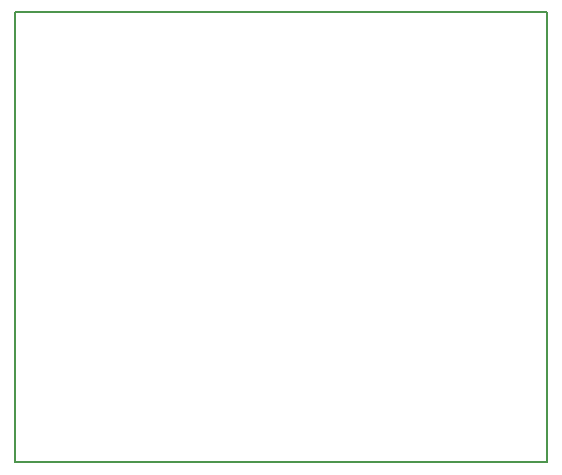
<source format=gbo>
G04 MADE WITH FRITZING*
G04 WWW.FRITZING.ORG*
G04 DOUBLE SIDED*
G04 HOLES PLATED*
G04 CONTOUR ON CENTER OF CONTOUR VECTOR*
%ASAXBY*%
%FSLAX23Y23*%
%MOIN*%
%OFA0B0*%
%SFA1.0B1.0*%
%ADD10R,1.784010X1.509940X1.768010X1.493940*%
%ADD11C,0.008000*%
%LNSILK0*%
G90*
G70*
G54D11*
X4Y1506D02*
X1780Y1506D01*
X1780Y4D01*
X4Y4D01*
X4Y1506D01*
D02*
G04 End of Silk0*
M02*
</source>
